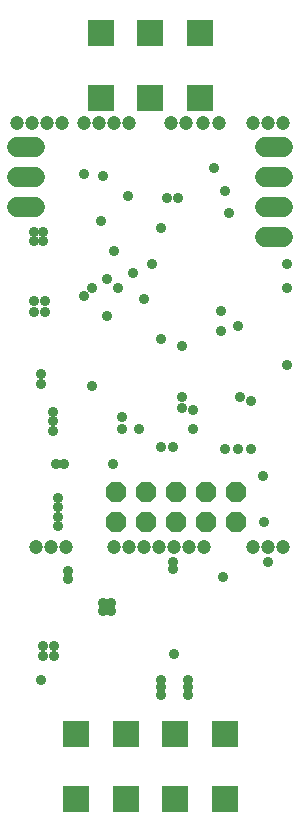
<source format=gbr>
G04 EAGLE Gerber RS-274X export*
G75*
%MOMM*%
%FSLAX34Y34*%
%LPD*%
%INSoldermask Bottom*%
%IPPOS*%
%AMOC8*
5,1,8,0,0,1.08239X$1,22.5*%
G01*
%ADD10C,1.203200*%
%ADD11C,1.727200*%
%ADD12P,1.869504X8X22.500000*%
%ADD13C,0.914400*%
%ADD14R,2.298700X2.298700*%


D10*
X68263Y588963D03*
X80963Y588963D03*
X93663Y588963D03*
X153988Y588963D03*
X182563Y588963D03*
X168275Y588963D03*
X26988Y230188D03*
X39688Y230188D03*
X52388Y230188D03*
X106363Y230188D03*
X119063Y230188D03*
X131763Y230188D03*
X144463Y230188D03*
X157163Y230188D03*
X106363Y588963D03*
X141288Y588963D03*
X36513Y588963D03*
X23813Y588963D03*
X11113Y588963D03*
X223838Y588963D03*
X211138Y588963D03*
X236538Y588963D03*
X211138Y230188D03*
X223838Y230188D03*
X236538Y230188D03*
X49213Y588963D03*
X169863Y230188D03*
X93663Y230188D03*
D11*
X26670Y568325D02*
X11430Y568325D01*
X11430Y542925D02*
X26670Y542925D01*
X26670Y517525D02*
X11430Y517525D01*
D12*
X95250Y250825D03*
X95250Y276225D03*
X120650Y250825D03*
X120650Y276225D03*
X146050Y250825D03*
X146050Y276225D03*
X171450Y250825D03*
X171450Y276225D03*
X196850Y250825D03*
X196850Y276225D03*
D11*
X220980Y568325D02*
X236220Y568325D01*
X236220Y542925D02*
X220980Y542925D01*
X220980Y517525D02*
X236220Y517525D01*
X236220Y492125D02*
X220980Y492125D01*
D13*
X33338Y496888D03*
X93663Y481013D03*
X84138Y544513D03*
X184150Y430213D03*
X184150Y412750D03*
X198438Y417513D03*
X41275Y328613D03*
X44450Y300038D03*
X133350Y104775D03*
X133350Y111125D03*
X155575Y111125D03*
X155575Y104775D03*
X133350Y117475D03*
X53975Y209550D03*
X142875Y211138D03*
X142875Y217488D03*
X53975Y203200D03*
X33338Y138113D03*
X33338Y146050D03*
X42863Y146050D03*
X104775Y527050D03*
X190500Y512763D03*
X31750Y368300D03*
X41275Y344488D03*
X198438Y312738D03*
X209550Y312738D03*
X160338Y330200D03*
X160338Y346075D03*
X239713Y469900D03*
X239713Y449263D03*
X219075Y290513D03*
X50800Y300038D03*
X46038Y263525D03*
X46038Y271463D03*
X46038Y247650D03*
X46038Y255588D03*
X41275Y336550D03*
X31750Y376238D03*
X25400Y496888D03*
X33338Y488950D03*
X25400Y488950D03*
X25400Y438150D03*
X34925Y438150D03*
X34925Y428625D03*
X185738Y204788D03*
X239713Y384175D03*
X31750Y117475D03*
X220663Y250825D03*
X42863Y138113D03*
X155575Y117475D03*
D14*
X61000Y17000D03*
D13*
X187325Y531813D03*
X119063Y439738D03*
X68263Y442913D03*
X74613Y366713D03*
D14*
X187000Y72000D03*
D13*
X25400Y428625D03*
X84138Y182563D03*
X90488Y182563D03*
X90488Y176213D03*
X84138Y176213D03*
X82550Y506413D03*
D14*
X124000Y610000D03*
X103000Y72000D03*
D13*
X87313Y457200D03*
X138113Y525463D03*
D14*
X166000Y610000D03*
D13*
X68263Y546100D03*
D14*
X166000Y665000D03*
X82000Y610000D03*
X82000Y665000D03*
D13*
X133350Y314325D03*
X87313Y425450D03*
X147638Y525463D03*
X109538Y461963D03*
X177800Y550863D03*
D14*
X124000Y665000D03*
D13*
X74613Y449263D03*
X96838Y449263D03*
X133350Y500063D03*
X133350Y406400D03*
X150813Y400050D03*
X114300Y330200D03*
X92075Y300038D03*
X100013Y339725D03*
X125413Y469900D03*
X100013Y330200D03*
X144463Y139700D03*
D14*
X61000Y72000D03*
X145000Y17000D03*
D13*
X142875Y314325D03*
D14*
X103000Y17000D03*
X145000Y72000D03*
D13*
X209550Y354013D03*
X150813Y347663D03*
X200025Y357188D03*
X150813Y357188D03*
D14*
X187000Y17000D03*
D13*
X187325Y312738D03*
X223838Y217488D03*
M02*

</source>
